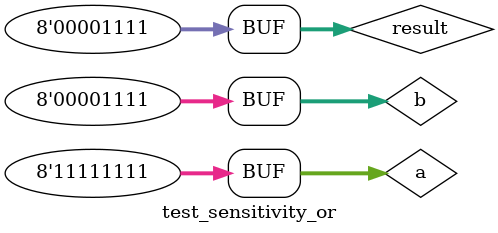
<source format=v>

module test_sensitivity_or;
  reg [7:0] a, b;
  reg [7:0] result;

  // Combinational logic with 'or' in sensitivity list
  always @(a or b) begin
    result = a & b;
  end

  initial begin
    a = 8'hFF;
    b = 8'h0F;
  end
endmodule

</source>
